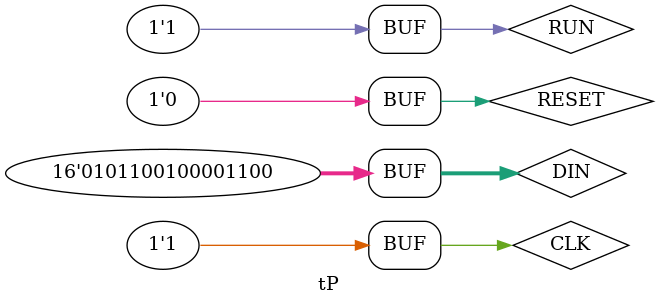
<source format=v>
module PROCESSOR
(
    input CLK, RUN, RESET,
    input [15:0] DIN,
    output [15:0] BUS,
    output [15:0] DEMO1, DEMO2, DEMO3, DEMO4, DEMO5, DEMO6, DEMO7, DEMO8,
    output DONE,
    output [1:0] COUNTtoCUs,
    output [9:0] MUXSELECTORSs, REGSELECTORSs
);

    // Internal Wiring
    wire [15:0] R0toMUX, R1toMUX, R2toMUX, R3toMUX, R4toMUX, R5toMUX, R6toMUX, R7toMUX;
    wire [15:0] RGtoMUX, MUXtoRN, RAtoALU, ALUtoRG;
    wire [9:0] MUXSELECTORS, REGSELECTORS;
    wire ADDSUB, COUNTCLR;
    wire [1:0] COUNTtoCU;
    
    assign COUNTtoCUs = COUNTtoCU;
    assign MUXSELECTORSs = MUXSELECTORS;
    assign REGSELECTORSs = REGSELECTORS;
    assign DEMO1 = R0toMUX;
    assign DEMO2 = R1toMUX;
    assign DEMO3 = R2toMUX;
    assign DEMO4 = R3toMUX;
    assign DEMO5 = R4toMUX;
    assign DEMO6 = R5toMUX;
    assign DEMO7 = R6toMUX;
    assign DEMO8 = R7toMUX;

    // Instantiate CU
    CONTROLUNIT CU(
        .CLK(CLK),
        .RUN(RUN),
        .COUNTERLINE(COUNTtoCU),
        .IRLINE(DIN[8:0]),
        .MUXLINE(MUXSELECTORS),
        .REGSELECTORS(REGSELECTORS),
        .ADDSUB(ADDSUB),
        .COUNTERCLR(COUNTCLR),
        .DONE(DONE)
    );
    
    // Instantiate REGISTERS
    REGISTER REG_0(
        .IN(MUXtoRN),
        .CLK(CLK),
        .WE(REGSELECTORS[0]),
        .OUT(R0toMUX)
    );
    REGISTER REG_1(
        .IN(MUXtoRN),
        .CLK(CLK),
        .WE(REGSELECTORS[1]),
        .OUT(R1toMUX)
    );
    REGISTER REG_2(
        .IN(MUXtoRN),
        .CLK(CLK),
        .WE(REGSELECTORS[2]),
        .OUT(R2toMUX)
    );
    REGISTER REG_3(
        .IN(MUXtoRN),
        .CLK(CLK),
        .WE(REGSELECTORS[3]),
        .OUT(R3toMUX)
    );
    REGISTER REG_4(
        .IN(MUXtoRN),
        .CLK(CLK),
        .WE(REGSELECTORS[4]),
        .OUT(R4toMUX)
    );
    REGISTER REG_5(
        .IN(MUXtoRN),
        .CLK(CLK),
        .WE(REGSELECTORS[5]),
        .OUT(R5toMUX)
    );
    REGISTER REG_6(
        .IN(MUXtoRN),
        .CLK(CLK),
        .WE(REGSELECTORS[6]),
        .OUT(R6toMUX)
    );
    REGISTER REG_7(
        .IN(MUXtoRN),
        .CLK(CLK),
        .WE(REGSELECTORS[7]),
        .OUT(R7toMUX)
    );
    REGISTER REG_A(
        .IN(MUXtoRN),
        .CLK(CLK),
        .WE(REGSELECTORS[8]),
        .OUT(RAtoALU)
    );
    REGISTER REG_G(
        .IN(ALUtoRG),
        .CLK(CLK),
        .WE(REGSELECTORS[9]),
        .OUT(RGtoMUX)
    );
    
    // Instantiate ALU
    ALU ALUUNIT(
        .LINEA(RAtoALU),
        .LINEB(MUXtoRN),
        .ADD(ADDSUB),
        .LINEOUT(ALUtoRG)
    );
    
    // Instantiate Counter
    COUNTER COUNT(
        .CLK(CLK),
        .CLR(RESET),
        .COUNT(COUNTtoCU)
    );
    
    // Instantiate MULTIPLEXER
    MULTIPLEXER MUX(
        .REG1(R0toMUX),
        .REG2(R1toMUX),
        .REG3(R2toMUX),
        .REG4(R3toMUX),
        .REG5(R4toMUX),
        .REG6(R5toMUX),
        .REG7(R6toMUX),
        .REG8(R7toMUX),
        .REGG(RGtoMUX),
        .DAIN(DIN),
        .SLCTR(MUXSELECTORS),
        .OUT(MUXtoRN)
    );
    
    assign BUS = MUXtoRN;

endmodule

module tP;

    reg CLK;
    reg RUN;
    reg RESET;
    reg [15:0] DIN;
    wire [15:0] BUS;
    wire [15:0] DEMO1, DEMO2, DEMO3, DEMO4, DEMO5, DEMO6, DEMO7, DEMO8;
    wire DONE;
    wire [1:0] COUNTtoCUs;
    wire [9:0] MUXSELECTORSs, REGSELECTORSs;
    
    // Instantiate the Processor
    PROCESSOR UUT(
        .CLK(CLK),
        .RUN(RUN),
        .RESET(RESET),
        .DIN(DIN),
        .DEMO1(DEMO1),
        .DEMO2(DEMO2),
        .DEMO3(DEMO3),
        .DEMO4(DEMO4),
        .DEMO5(DEMO5),
        .DEMO6(DEMO6),
        .DEMO7(DEMO7),
        .DEMO8(DEMO8),
        .BUS(BUS),
        .DONE(DONE),
        .COUNTtoCUs(COUNTtoCUs),
        .MUXSELECTORSs(MUXSELECTORSs),
        .REGSELECTORSs(REGSELECTORSs)
    );
    
    // Instantiate Registers
    initial begin
        CLK = 1'b0;
        RUN = 1'b1; 
        RESET = 1'b0;
    end
    
    // Test I1 (RX <- DIN)
    initial begin
        #1
        CLK = 1'b1;
        RESET = 1'b1;
        DIN = {7'b000_0000, 3'b010, 3'b001, 3'b010};
        #1
        CLK = 1'b0;
        RESET = 1'b0;       
        #1
        CLK = 1'b1;
        #1
        CLK = 1'b0;
        #1
        CLK = 1'b1;
        DIN = {7'b111_0111, 3'b010, 3'b101, 3'b110};
        #1
        CLK = 1'b0;
        #1
        CLK = 1'b1;
        DIN = {7'b000_1100, 3'b011, 3'b011, 3'b110};
        #1
        CLK = 1'b0;
        #1
        CLK = 1'b1;
        DIN = {7'b010_1100, 3'b100, 3'b001, 3'b100};
        #1
        CLK = 1'b0;
        #1
        CLK = 1'b1;
        #1
        CLK = 1'b0;
        #1
        CLK = 1'b1;
    end

endmodule


</source>
